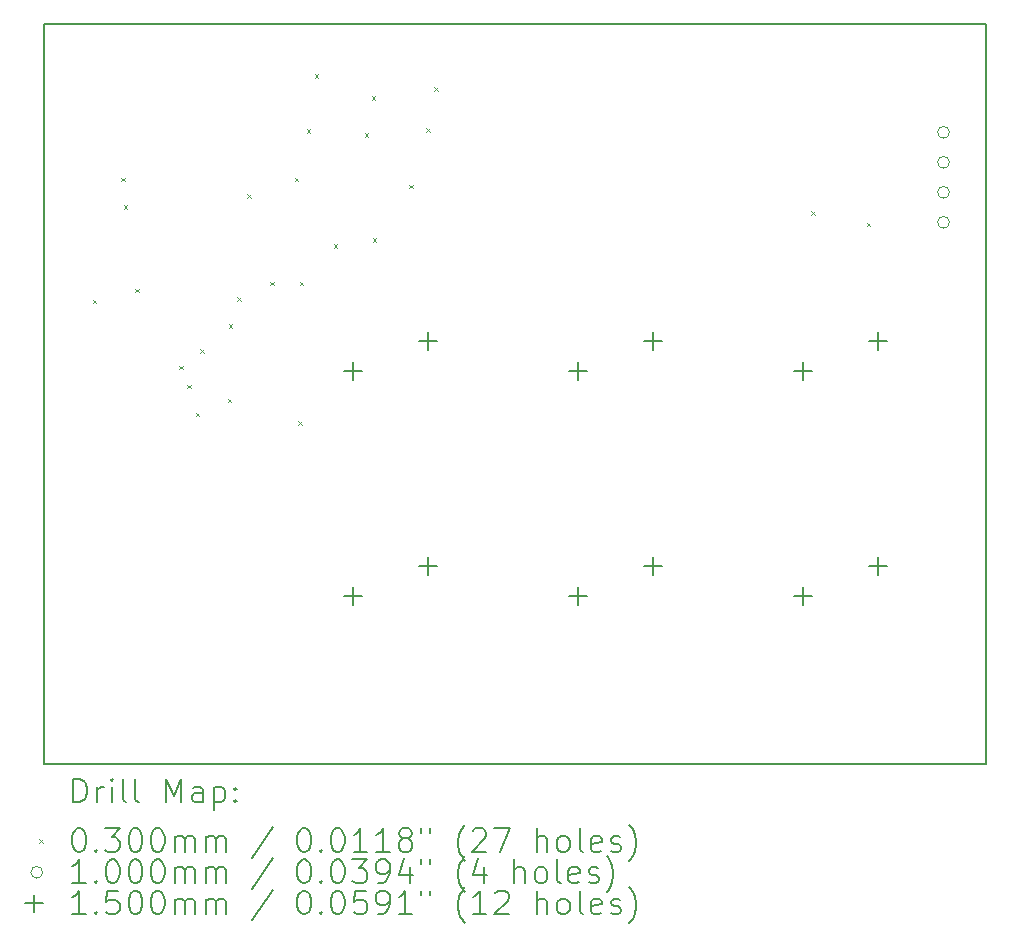
<source format=gbr>
%TF.GenerationSoftware,KiCad,Pcbnew,9.0.7*%
%TF.CreationDate,2026-01-14T23:34:11+00:00*%
%TF.ProjectId,MacroMachine,4d616372-6f4d-4616-9368-696e652e6b69,rev?*%
%TF.SameCoordinates,Original*%
%TF.FileFunction,Drillmap*%
%TF.FilePolarity,Positive*%
%FSLAX45Y45*%
G04 Gerber Fmt 4.5, Leading zero omitted, Abs format (unit mm)*
G04 Created by KiCad (PCBNEW 9.0.7) date 2026-01-14 23:34:11*
%MOMM*%
%LPD*%
G01*
G04 APERTURE LIST*
%ADD10C,0.200000*%
%ADD11C,0.100000*%
%ADD12C,0.150000*%
G04 APERTURE END LIST*
D10*
X11290000Y-7760000D02*
X19270000Y-7760000D01*
X19270000Y-14030000D01*
X11290000Y-14030000D01*
X11290000Y-7760000D01*
D11*
X11705000Y-10095000D02*
X11735000Y-10125000D01*
X11735000Y-10095000D02*
X11705000Y-10125000D01*
X11945000Y-9065000D02*
X11975000Y-9095000D01*
X11975000Y-9065000D02*
X11945000Y-9095000D01*
X11965000Y-9295000D02*
X11995000Y-9325000D01*
X11995000Y-9295000D02*
X11965000Y-9325000D01*
X12065000Y-10005000D02*
X12095000Y-10035000D01*
X12095000Y-10005000D02*
X12065000Y-10035000D01*
X12435000Y-10655000D02*
X12465000Y-10685000D01*
X12465000Y-10655000D02*
X12435000Y-10685000D01*
X12505000Y-10815000D02*
X12535000Y-10845000D01*
X12535000Y-10815000D02*
X12505000Y-10845000D01*
X12575000Y-11055000D02*
X12605000Y-11085000D01*
X12605000Y-11055000D02*
X12575000Y-11085000D01*
X12615000Y-10515000D02*
X12645000Y-10545000D01*
X12645000Y-10515000D02*
X12615000Y-10545000D01*
X12845000Y-10935000D02*
X12875000Y-10965000D01*
X12875000Y-10935000D02*
X12845000Y-10965000D01*
X12855000Y-10305000D02*
X12885000Y-10335000D01*
X12885000Y-10305000D02*
X12855000Y-10335000D01*
X12925000Y-10075000D02*
X12955000Y-10105000D01*
X12955000Y-10075000D02*
X12925000Y-10105000D01*
X13010431Y-9201879D02*
X13040431Y-9231879D01*
X13040431Y-9201879D02*
X13010431Y-9231879D01*
X13205000Y-9945000D02*
X13235000Y-9975000D01*
X13235000Y-9945000D02*
X13205000Y-9975000D01*
X13415000Y-9065000D02*
X13445000Y-9095000D01*
X13445000Y-9065000D02*
X13415000Y-9095000D01*
X13445000Y-11125000D02*
X13475000Y-11155000D01*
X13475000Y-11125000D02*
X13445000Y-11155000D01*
X13455000Y-9945000D02*
X13485000Y-9975000D01*
X13485000Y-9945000D02*
X13455000Y-9975000D01*
X13515000Y-8655000D02*
X13545000Y-8685000D01*
X13545000Y-8655000D02*
X13515000Y-8685000D01*
X13585000Y-8185000D02*
X13615000Y-8215000D01*
X13615000Y-8185000D02*
X13585000Y-8215000D01*
X13745000Y-9625000D02*
X13775000Y-9655000D01*
X13775000Y-9625000D02*
X13745000Y-9655000D01*
X14005000Y-8685000D02*
X14035000Y-8715000D01*
X14035000Y-8685000D02*
X14005000Y-8715000D01*
X14065000Y-8375000D02*
X14095000Y-8405000D01*
X14095000Y-8375000D02*
X14065000Y-8405000D01*
X14075000Y-9575000D02*
X14105000Y-9605000D01*
X14105000Y-9575000D02*
X14075000Y-9605000D01*
X14384375Y-9121250D02*
X14414375Y-9151250D01*
X14414375Y-9121250D02*
X14384375Y-9151250D01*
X14525000Y-8645000D02*
X14555000Y-8675000D01*
X14555000Y-8645000D02*
X14525000Y-8675000D01*
X14595000Y-8295000D02*
X14625000Y-8325000D01*
X14625000Y-8295000D02*
X14595000Y-8325000D01*
X17785000Y-9345000D02*
X17815000Y-9375000D01*
X17815000Y-9345000D02*
X17785000Y-9375000D01*
X18255000Y-9445000D02*
X18285000Y-9475000D01*
X18285000Y-9445000D02*
X18255000Y-9475000D01*
X18956500Y-8679250D02*
G75*
G02*
X18856500Y-8679250I-50000J0D01*
G01*
X18856500Y-8679250D02*
G75*
G02*
X18956500Y-8679250I50000J0D01*
G01*
X18956500Y-8933250D02*
G75*
G02*
X18856500Y-8933250I-50000J0D01*
G01*
X18856500Y-8933250D02*
G75*
G02*
X18956500Y-8933250I50000J0D01*
G01*
X18956500Y-9187250D02*
G75*
G02*
X18856500Y-9187250I-50000J0D01*
G01*
X18856500Y-9187250D02*
G75*
G02*
X18956500Y-9187250I50000J0D01*
G01*
X18956500Y-9441250D02*
G75*
G02*
X18856500Y-9441250I-50000J0D01*
G01*
X18856500Y-9441250D02*
G75*
G02*
X18956500Y-9441250I50000J0D01*
G01*
D12*
X13906500Y-10624750D02*
X13906500Y-10774750D01*
X13831500Y-10699750D02*
X13981500Y-10699750D01*
X13906500Y-12529750D02*
X13906500Y-12679750D01*
X13831500Y-12604750D02*
X13981500Y-12604750D01*
X14541500Y-10370750D02*
X14541500Y-10520750D01*
X14466500Y-10445750D02*
X14616500Y-10445750D01*
X14541500Y-12275750D02*
X14541500Y-12425750D01*
X14466500Y-12350750D02*
X14616500Y-12350750D01*
X15811500Y-10624750D02*
X15811500Y-10774750D01*
X15736500Y-10699750D02*
X15886500Y-10699750D01*
X15811500Y-12529750D02*
X15811500Y-12679750D01*
X15736500Y-12604750D02*
X15886500Y-12604750D01*
X16446500Y-10370750D02*
X16446500Y-10520750D01*
X16371500Y-10445750D02*
X16521500Y-10445750D01*
X16446500Y-12275750D02*
X16446500Y-12425750D01*
X16371500Y-12350750D02*
X16521500Y-12350750D01*
X17716500Y-10624750D02*
X17716500Y-10774750D01*
X17641500Y-10699750D02*
X17791500Y-10699750D01*
X17716500Y-12529750D02*
X17716500Y-12679750D01*
X17641500Y-12604750D02*
X17791500Y-12604750D01*
X18351500Y-10370750D02*
X18351500Y-10520750D01*
X18276500Y-10445750D02*
X18426500Y-10445750D01*
X18351500Y-12275750D02*
X18351500Y-12425750D01*
X18276500Y-12350750D02*
X18426500Y-12350750D01*
D10*
X11540777Y-14351484D02*
X11540777Y-14151484D01*
X11540777Y-14151484D02*
X11588396Y-14151484D01*
X11588396Y-14151484D02*
X11616967Y-14161008D01*
X11616967Y-14161008D02*
X11636015Y-14180055D01*
X11636015Y-14180055D02*
X11645539Y-14199103D01*
X11645539Y-14199103D02*
X11655062Y-14237198D01*
X11655062Y-14237198D02*
X11655062Y-14265769D01*
X11655062Y-14265769D02*
X11645539Y-14303865D01*
X11645539Y-14303865D02*
X11636015Y-14322912D01*
X11636015Y-14322912D02*
X11616967Y-14341960D01*
X11616967Y-14341960D02*
X11588396Y-14351484D01*
X11588396Y-14351484D02*
X11540777Y-14351484D01*
X11740777Y-14351484D02*
X11740777Y-14218150D01*
X11740777Y-14256246D02*
X11750301Y-14237198D01*
X11750301Y-14237198D02*
X11759824Y-14227674D01*
X11759824Y-14227674D02*
X11778872Y-14218150D01*
X11778872Y-14218150D02*
X11797920Y-14218150D01*
X11864586Y-14351484D02*
X11864586Y-14218150D01*
X11864586Y-14151484D02*
X11855062Y-14161008D01*
X11855062Y-14161008D02*
X11864586Y-14170531D01*
X11864586Y-14170531D02*
X11874110Y-14161008D01*
X11874110Y-14161008D02*
X11864586Y-14151484D01*
X11864586Y-14151484D02*
X11864586Y-14170531D01*
X11988396Y-14351484D02*
X11969348Y-14341960D01*
X11969348Y-14341960D02*
X11959824Y-14322912D01*
X11959824Y-14322912D02*
X11959824Y-14151484D01*
X12093158Y-14351484D02*
X12074110Y-14341960D01*
X12074110Y-14341960D02*
X12064586Y-14322912D01*
X12064586Y-14322912D02*
X12064586Y-14151484D01*
X12321729Y-14351484D02*
X12321729Y-14151484D01*
X12321729Y-14151484D02*
X12388396Y-14294341D01*
X12388396Y-14294341D02*
X12455062Y-14151484D01*
X12455062Y-14151484D02*
X12455062Y-14351484D01*
X12636015Y-14351484D02*
X12636015Y-14246722D01*
X12636015Y-14246722D02*
X12626491Y-14227674D01*
X12626491Y-14227674D02*
X12607443Y-14218150D01*
X12607443Y-14218150D02*
X12569348Y-14218150D01*
X12569348Y-14218150D02*
X12550301Y-14227674D01*
X12636015Y-14341960D02*
X12616967Y-14351484D01*
X12616967Y-14351484D02*
X12569348Y-14351484D01*
X12569348Y-14351484D02*
X12550301Y-14341960D01*
X12550301Y-14341960D02*
X12540777Y-14322912D01*
X12540777Y-14322912D02*
X12540777Y-14303865D01*
X12540777Y-14303865D02*
X12550301Y-14284817D01*
X12550301Y-14284817D02*
X12569348Y-14275293D01*
X12569348Y-14275293D02*
X12616967Y-14275293D01*
X12616967Y-14275293D02*
X12636015Y-14265769D01*
X12731253Y-14218150D02*
X12731253Y-14418150D01*
X12731253Y-14227674D02*
X12750301Y-14218150D01*
X12750301Y-14218150D02*
X12788396Y-14218150D01*
X12788396Y-14218150D02*
X12807443Y-14227674D01*
X12807443Y-14227674D02*
X12816967Y-14237198D01*
X12816967Y-14237198D02*
X12826491Y-14256246D01*
X12826491Y-14256246D02*
X12826491Y-14313388D01*
X12826491Y-14313388D02*
X12816967Y-14332436D01*
X12816967Y-14332436D02*
X12807443Y-14341960D01*
X12807443Y-14341960D02*
X12788396Y-14351484D01*
X12788396Y-14351484D02*
X12750301Y-14351484D01*
X12750301Y-14351484D02*
X12731253Y-14341960D01*
X12912205Y-14332436D02*
X12921729Y-14341960D01*
X12921729Y-14341960D02*
X12912205Y-14351484D01*
X12912205Y-14351484D02*
X12902682Y-14341960D01*
X12902682Y-14341960D02*
X12912205Y-14332436D01*
X12912205Y-14332436D02*
X12912205Y-14351484D01*
X12912205Y-14227674D02*
X12921729Y-14237198D01*
X12921729Y-14237198D02*
X12912205Y-14246722D01*
X12912205Y-14246722D02*
X12902682Y-14237198D01*
X12902682Y-14237198D02*
X12912205Y-14227674D01*
X12912205Y-14227674D02*
X12912205Y-14246722D01*
D11*
X11250000Y-14665000D02*
X11280000Y-14695000D01*
X11280000Y-14665000D02*
X11250000Y-14695000D01*
D10*
X11578872Y-14571484D02*
X11597920Y-14571484D01*
X11597920Y-14571484D02*
X11616967Y-14581008D01*
X11616967Y-14581008D02*
X11626491Y-14590531D01*
X11626491Y-14590531D02*
X11636015Y-14609579D01*
X11636015Y-14609579D02*
X11645539Y-14647674D01*
X11645539Y-14647674D02*
X11645539Y-14695293D01*
X11645539Y-14695293D02*
X11636015Y-14733388D01*
X11636015Y-14733388D02*
X11626491Y-14752436D01*
X11626491Y-14752436D02*
X11616967Y-14761960D01*
X11616967Y-14761960D02*
X11597920Y-14771484D01*
X11597920Y-14771484D02*
X11578872Y-14771484D01*
X11578872Y-14771484D02*
X11559824Y-14761960D01*
X11559824Y-14761960D02*
X11550301Y-14752436D01*
X11550301Y-14752436D02*
X11540777Y-14733388D01*
X11540777Y-14733388D02*
X11531253Y-14695293D01*
X11531253Y-14695293D02*
X11531253Y-14647674D01*
X11531253Y-14647674D02*
X11540777Y-14609579D01*
X11540777Y-14609579D02*
X11550301Y-14590531D01*
X11550301Y-14590531D02*
X11559824Y-14581008D01*
X11559824Y-14581008D02*
X11578872Y-14571484D01*
X11731253Y-14752436D02*
X11740777Y-14761960D01*
X11740777Y-14761960D02*
X11731253Y-14771484D01*
X11731253Y-14771484D02*
X11721729Y-14761960D01*
X11721729Y-14761960D02*
X11731253Y-14752436D01*
X11731253Y-14752436D02*
X11731253Y-14771484D01*
X11807443Y-14571484D02*
X11931253Y-14571484D01*
X11931253Y-14571484D02*
X11864586Y-14647674D01*
X11864586Y-14647674D02*
X11893158Y-14647674D01*
X11893158Y-14647674D02*
X11912205Y-14657198D01*
X11912205Y-14657198D02*
X11921729Y-14666722D01*
X11921729Y-14666722D02*
X11931253Y-14685769D01*
X11931253Y-14685769D02*
X11931253Y-14733388D01*
X11931253Y-14733388D02*
X11921729Y-14752436D01*
X11921729Y-14752436D02*
X11912205Y-14761960D01*
X11912205Y-14761960D02*
X11893158Y-14771484D01*
X11893158Y-14771484D02*
X11836015Y-14771484D01*
X11836015Y-14771484D02*
X11816967Y-14761960D01*
X11816967Y-14761960D02*
X11807443Y-14752436D01*
X12055062Y-14571484D02*
X12074110Y-14571484D01*
X12074110Y-14571484D02*
X12093158Y-14581008D01*
X12093158Y-14581008D02*
X12102682Y-14590531D01*
X12102682Y-14590531D02*
X12112205Y-14609579D01*
X12112205Y-14609579D02*
X12121729Y-14647674D01*
X12121729Y-14647674D02*
X12121729Y-14695293D01*
X12121729Y-14695293D02*
X12112205Y-14733388D01*
X12112205Y-14733388D02*
X12102682Y-14752436D01*
X12102682Y-14752436D02*
X12093158Y-14761960D01*
X12093158Y-14761960D02*
X12074110Y-14771484D01*
X12074110Y-14771484D02*
X12055062Y-14771484D01*
X12055062Y-14771484D02*
X12036015Y-14761960D01*
X12036015Y-14761960D02*
X12026491Y-14752436D01*
X12026491Y-14752436D02*
X12016967Y-14733388D01*
X12016967Y-14733388D02*
X12007443Y-14695293D01*
X12007443Y-14695293D02*
X12007443Y-14647674D01*
X12007443Y-14647674D02*
X12016967Y-14609579D01*
X12016967Y-14609579D02*
X12026491Y-14590531D01*
X12026491Y-14590531D02*
X12036015Y-14581008D01*
X12036015Y-14581008D02*
X12055062Y-14571484D01*
X12245539Y-14571484D02*
X12264586Y-14571484D01*
X12264586Y-14571484D02*
X12283634Y-14581008D01*
X12283634Y-14581008D02*
X12293158Y-14590531D01*
X12293158Y-14590531D02*
X12302682Y-14609579D01*
X12302682Y-14609579D02*
X12312205Y-14647674D01*
X12312205Y-14647674D02*
X12312205Y-14695293D01*
X12312205Y-14695293D02*
X12302682Y-14733388D01*
X12302682Y-14733388D02*
X12293158Y-14752436D01*
X12293158Y-14752436D02*
X12283634Y-14761960D01*
X12283634Y-14761960D02*
X12264586Y-14771484D01*
X12264586Y-14771484D02*
X12245539Y-14771484D01*
X12245539Y-14771484D02*
X12226491Y-14761960D01*
X12226491Y-14761960D02*
X12216967Y-14752436D01*
X12216967Y-14752436D02*
X12207443Y-14733388D01*
X12207443Y-14733388D02*
X12197920Y-14695293D01*
X12197920Y-14695293D02*
X12197920Y-14647674D01*
X12197920Y-14647674D02*
X12207443Y-14609579D01*
X12207443Y-14609579D02*
X12216967Y-14590531D01*
X12216967Y-14590531D02*
X12226491Y-14581008D01*
X12226491Y-14581008D02*
X12245539Y-14571484D01*
X12397920Y-14771484D02*
X12397920Y-14638150D01*
X12397920Y-14657198D02*
X12407443Y-14647674D01*
X12407443Y-14647674D02*
X12426491Y-14638150D01*
X12426491Y-14638150D02*
X12455063Y-14638150D01*
X12455063Y-14638150D02*
X12474110Y-14647674D01*
X12474110Y-14647674D02*
X12483634Y-14666722D01*
X12483634Y-14666722D02*
X12483634Y-14771484D01*
X12483634Y-14666722D02*
X12493158Y-14647674D01*
X12493158Y-14647674D02*
X12512205Y-14638150D01*
X12512205Y-14638150D02*
X12540777Y-14638150D01*
X12540777Y-14638150D02*
X12559824Y-14647674D01*
X12559824Y-14647674D02*
X12569348Y-14666722D01*
X12569348Y-14666722D02*
X12569348Y-14771484D01*
X12664586Y-14771484D02*
X12664586Y-14638150D01*
X12664586Y-14657198D02*
X12674110Y-14647674D01*
X12674110Y-14647674D02*
X12693158Y-14638150D01*
X12693158Y-14638150D02*
X12721729Y-14638150D01*
X12721729Y-14638150D02*
X12740777Y-14647674D01*
X12740777Y-14647674D02*
X12750301Y-14666722D01*
X12750301Y-14666722D02*
X12750301Y-14771484D01*
X12750301Y-14666722D02*
X12759824Y-14647674D01*
X12759824Y-14647674D02*
X12778872Y-14638150D01*
X12778872Y-14638150D02*
X12807443Y-14638150D01*
X12807443Y-14638150D02*
X12826491Y-14647674D01*
X12826491Y-14647674D02*
X12836015Y-14666722D01*
X12836015Y-14666722D02*
X12836015Y-14771484D01*
X13226491Y-14561960D02*
X13055063Y-14819103D01*
X13483634Y-14571484D02*
X13502682Y-14571484D01*
X13502682Y-14571484D02*
X13521729Y-14581008D01*
X13521729Y-14581008D02*
X13531253Y-14590531D01*
X13531253Y-14590531D02*
X13540777Y-14609579D01*
X13540777Y-14609579D02*
X13550301Y-14647674D01*
X13550301Y-14647674D02*
X13550301Y-14695293D01*
X13550301Y-14695293D02*
X13540777Y-14733388D01*
X13540777Y-14733388D02*
X13531253Y-14752436D01*
X13531253Y-14752436D02*
X13521729Y-14761960D01*
X13521729Y-14761960D02*
X13502682Y-14771484D01*
X13502682Y-14771484D02*
X13483634Y-14771484D01*
X13483634Y-14771484D02*
X13464586Y-14761960D01*
X13464586Y-14761960D02*
X13455063Y-14752436D01*
X13455063Y-14752436D02*
X13445539Y-14733388D01*
X13445539Y-14733388D02*
X13436015Y-14695293D01*
X13436015Y-14695293D02*
X13436015Y-14647674D01*
X13436015Y-14647674D02*
X13445539Y-14609579D01*
X13445539Y-14609579D02*
X13455063Y-14590531D01*
X13455063Y-14590531D02*
X13464586Y-14581008D01*
X13464586Y-14581008D02*
X13483634Y-14571484D01*
X13636015Y-14752436D02*
X13645539Y-14761960D01*
X13645539Y-14761960D02*
X13636015Y-14771484D01*
X13636015Y-14771484D02*
X13626491Y-14761960D01*
X13626491Y-14761960D02*
X13636015Y-14752436D01*
X13636015Y-14752436D02*
X13636015Y-14771484D01*
X13769348Y-14571484D02*
X13788396Y-14571484D01*
X13788396Y-14571484D02*
X13807444Y-14581008D01*
X13807444Y-14581008D02*
X13816967Y-14590531D01*
X13816967Y-14590531D02*
X13826491Y-14609579D01*
X13826491Y-14609579D02*
X13836015Y-14647674D01*
X13836015Y-14647674D02*
X13836015Y-14695293D01*
X13836015Y-14695293D02*
X13826491Y-14733388D01*
X13826491Y-14733388D02*
X13816967Y-14752436D01*
X13816967Y-14752436D02*
X13807444Y-14761960D01*
X13807444Y-14761960D02*
X13788396Y-14771484D01*
X13788396Y-14771484D02*
X13769348Y-14771484D01*
X13769348Y-14771484D02*
X13750301Y-14761960D01*
X13750301Y-14761960D02*
X13740777Y-14752436D01*
X13740777Y-14752436D02*
X13731253Y-14733388D01*
X13731253Y-14733388D02*
X13721729Y-14695293D01*
X13721729Y-14695293D02*
X13721729Y-14647674D01*
X13721729Y-14647674D02*
X13731253Y-14609579D01*
X13731253Y-14609579D02*
X13740777Y-14590531D01*
X13740777Y-14590531D02*
X13750301Y-14581008D01*
X13750301Y-14581008D02*
X13769348Y-14571484D01*
X14026491Y-14771484D02*
X13912206Y-14771484D01*
X13969348Y-14771484D02*
X13969348Y-14571484D01*
X13969348Y-14571484D02*
X13950301Y-14600055D01*
X13950301Y-14600055D02*
X13931253Y-14619103D01*
X13931253Y-14619103D02*
X13912206Y-14628627D01*
X14216967Y-14771484D02*
X14102682Y-14771484D01*
X14159825Y-14771484D02*
X14159825Y-14571484D01*
X14159825Y-14571484D02*
X14140777Y-14600055D01*
X14140777Y-14600055D02*
X14121729Y-14619103D01*
X14121729Y-14619103D02*
X14102682Y-14628627D01*
X14331253Y-14657198D02*
X14312206Y-14647674D01*
X14312206Y-14647674D02*
X14302682Y-14638150D01*
X14302682Y-14638150D02*
X14293158Y-14619103D01*
X14293158Y-14619103D02*
X14293158Y-14609579D01*
X14293158Y-14609579D02*
X14302682Y-14590531D01*
X14302682Y-14590531D02*
X14312206Y-14581008D01*
X14312206Y-14581008D02*
X14331253Y-14571484D01*
X14331253Y-14571484D02*
X14369348Y-14571484D01*
X14369348Y-14571484D02*
X14388396Y-14581008D01*
X14388396Y-14581008D02*
X14397920Y-14590531D01*
X14397920Y-14590531D02*
X14407444Y-14609579D01*
X14407444Y-14609579D02*
X14407444Y-14619103D01*
X14407444Y-14619103D02*
X14397920Y-14638150D01*
X14397920Y-14638150D02*
X14388396Y-14647674D01*
X14388396Y-14647674D02*
X14369348Y-14657198D01*
X14369348Y-14657198D02*
X14331253Y-14657198D01*
X14331253Y-14657198D02*
X14312206Y-14666722D01*
X14312206Y-14666722D02*
X14302682Y-14676246D01*
X14302682Y-14676246D02*
X14293158Y-14695293D01*
X14293158Y-14695293D02*
X14293158Y-14733388D01*
X14293158Y-14733388D02*
X14302682Y-14752436D01*
X14302682Y-14752436D02*
X14312206Y-14761960D01*
X14312206Y-14761960D02*
X14331253Y-14771484D01*
X14331253Y-14771484D02*
X14369348Y-14771484D01*
X14369348Y-14771484D02*
X14388396Y-14761960D01*
X14388396Y-14761960D02*
X14397920Y-14752436D01*
X14397920Y-14752436D02*
X14407444Y-14733388D01*
X14407444Y-14733388D02*
X14407444Y-14695293D01*
X14407444Y-14695293D02*
X14397920Y-14676246D01*
X14397920Y-14676246D02*
X14388396Y-14666722D01*
X14388396Y-14666722D02*
X14369348Y-14657198D01*
X14483634Y-14571484D02*
X14483634Y-14609579D01*
X14559825Y-14571484D02*
X14559825Y-14609579D01*
X14855063Y-14847674D02*
X14845539Y-14838150D01*
X14845539Y-14838150D02*
X14826491Y-14809579D01*
X14826491Y-14809579D02*
X14816968Y-14790531D01*
X14816968Y-14790531D02*
X14807444Y-14761960D01*
X14807444Y-14761960D02*
X14797920Y-14714341D01*
X14797920Y-14714341D02*
X14797920Y-14676246D01*
X14797920Y-14676246D02*
X14807444Y-14628627D01*
X14807444Y-14628627D02*
X14816968Y-14600055D01*
X14816968Y-14600055D02*
X14826491Y-14581008D01*
X14826491Y-14581008D02*
X14845539Y-14552436D01*
X14845539Y-14552436D02*
X14855063Y-14542912D01*
X14921729Y-14590531D02*
X14931253Y-14581008D01*
X14931253Y-14581008D02*
X14950301Y-14571484D01*
X14950301Y-14571484D02*
X14997920Y-14571484D01*
X14997920Y-14571484D02*
X15016968Y-14581008D01*
X15016968Y-14581008D02*
X15026491Y-14590531D01*
X15026491Y-14590531D02*
X15036015Y-14609579D01*
X15036015Y-14609579D02*
X15036015Y-14628627D01*
X15036015Y-14628627D02*
X15026491Y-14657198D01*
X15026491Y-14657198D02*
X14912206Y-14771484D01*
X14912206Y-14771484D02*
X15036015Y-14771484D01*
X15102682Y-14571484D02*
X15236015Y-14571484D01*
X15236015Y-14571484D02*
X15150301Y-14771484D01*
X15464587Y-14771484D02*
X15464587Y-14571484D01*
X15550301Y-14771484D02*
X15550301Y-14666722D01*
X15550301Y-14666722D02*
X15540777Y-14647674D01*
X15540777Y-14647674D02*
X15521730Y-14638150D01*
X15521730Y-14638150D02*
X15493158Y-14638150D01*
X15493158Y-14638150D02*
X15474110Y-14647674D01*
X15474110Y-14647674D02*
X15464587Y-14657198D01*
X15674110Y-14771484D02*
X15655063Y-14761960D01*
X15655063Y-14761960D02*
X15645539Y-14752436D01*
X15645539Y-14752436D02*
X15636015Y-14733388D01*
X15636015Y-14733388D02*
X15636015Y-14676246D01*
X15636015Y-14676246D02*
X15645539Y-14657198D01*
X15645539Y-14657198D02*
X15655063Y-14647674D01*
X15655063Y-14647674D02*
X15674110Y-14638150D01*
X15674110Y-14638150D02*
X15702682Y-14638150D01*
X15702682Y-14638150D02*
X15721730Y-14647674D01*
X15721730Y-14647674D02*
X15731253Y-14657198D01*
X15731253Y-14657198D02*
X15740777Y-14676246D01*
X15740777Y-14676246D02*
X15740777Y-14733388D01*
X15740777Y-14733388D02*
X15731253Y-14752436D01*
X15731253Y-14752436D02*
X15721730Y-14761960D01*
X15721730Y-14761960D02*
X15702682Y-14771484D01*
X15702682Y-14771484D02*
X15674110Y-14771484D01*
X15855063Y-14771484D02*
X15836015Y-14761960D01*
X15836015Y-14761960D02*
X15826491Y-14742912D01*
X15826491Y-14742912D02*
X15826491Y-14571484D01*
X16007444Y-14761960D02*
X15988396Y-14771484D01*
X15988396Y-14771484D02*
X15950301Y-14771484D01*
X15950301Y-14771484D02*
X15931253Y-14761960D01*
X15931253Y-14761960D02*
X15921730Y-14742912D01*
X15921730Y-14742912D02*
X15921730Y-14666722D01*
X15921730Y-14666722D02*
X15931253Y-14647674D01*
X15931253Y-14647674D02*
X15950301Y-14638150D01*
X15950301Y-14638150D02*
X15988396Y-14638150D01*
X15988396Y-14638150D02*
X16007444Y-14647674D01*
X16007444Y-14647674D02*
X16016968Y-14666722D01*
X16016968Y-14666722D02*
X16016968Y-14685769D01*
X16016968Y-14685769D02*
X15921730Y-14704817D01*
X16093158Y-14761960D02*
X16112206Y-14771484D01*
X16112206Y-14771484D02*
X16150301Y-14771484D01*
X16150301Y-14771484D02*
X16169349Y-14761960D01*
X16169349Y-14761960D02*
X16178872Y-14742912D01*
X16178872Y-14742912D02*
X16178872Y-14733388D01*
X16178872Y-14733388D02*
X16169349Y-14714341D01*
X16169349Y-14714341D02*
X16150301Y-14704817D01*
X16150301Y-14704817D02*
X16121730Y-14704817D01*
X16121730Y-14704817D02*
X16102682Y-14695293D01*
X16102682Y-14695293D02*
X16093158Y-14676246D01*
X16093158Y-14676246D02*
X16093158Y-14666722D01*
X16093158Y-14666722D02*
X16102682Y-14647674D01*
X16102682Y-14647674D02*
X16121730Y-14638150D01*
X16121730Y-14638150D02*
X16150301Y-14638150D01*
X16150301Y-14638150D02*
X16169349Y-14647674D01*
X16245539Y-14847674D02*
X16255063Y-14838150D01*
X16255063Y-14838150D02*
X16274111Y-14809579D01*
X16274111Y-14809579D02*
X16283634Y-14790531D01*
X16283634Y-14790531D02*
X16293158Y-14761960D01*
X16293158Y-14761960D02*
X16302682Y-14714341D01*
X16302682Y-14714341D02*
X16302682Y-14676246D01*
X16302682Y-14676246D02*
X16293158Y-14628627D01*
X16293158Y-14628627D02*
X16283634Y-14600055D01*
X16283634Y-14600055D02*
X16274111Y-14581008D01*
X16274111Y-14581008D02*
X16255063Y-14552436D01*
X16255063Y-14552436D02*
X16245539Y-14542912D01*
D11*
X11280000Y-14944000D02*
G75*
G02*
X11180000Y-14944000I-50000J0D01*
G01*
X11180000Y-14944000D02*
G75*
G02*
X11280000Y-14944000I50000J0D01*
G01*
D10*
X11645539Y-15035484D02*
X11531253Y-15035484D01*
X11588396Y-15035484D02*
X11588396Y-14835484D01*
X11588396Y-14835484D02*
X11569348Y-14864055D01*
X11569348Y-14864055D02*
X11550301Y-14883103D01*
X11550301Y-14883103D02*
X11531253Y-14892627D01*
X11731253Y-15016436D02*
X11740777Y-15025960D01*
X11740777Y-15025960D02*
X11731253Y-15035484D01*
X11731253Y-15035484D02*
X11721729Y-15025960D01*
X11721729Y-15025960D02*
X11731253Y-15016436D01*
X11731253Y-15016436D02*
X11731253Y-15035484D01*
X11864586Y-14835484D02*
X11883634Y-14835484D01*
X11883634Y-14835484D02*
X11902682Y-14845008D01*
X11902682Y-14845008D02*
X11912205Y-14854531D01*
X11912205Y-14854531D02*
X11921729Y-14873579D01*
X11921729Y-14873579D02*
X11931253Y-14911674D01*
X11931253Y-14911674D02*
X11931253Y-14959293D01*
X11931253Y-14959293D02*
X11921729Y-14997388D01*
X11921729Y-14997388D02*
X11912205Y-15016436D01*
X11912205Y-15016436D02*
X11902682Y-15025960D01*
X11902682Y-15025960D02*
X11883634Y-15035484D01*
X11883634Y-15035484D02*
X11864586Y-15035484D01*
X11864586Y-15035484D02*
X11845539Y-15025960D01*
X11845539Y-15025960D02*
X11836015Y-15016436D01*
X11836015Y-15016436D02*
X11826491Y-14997388D01*
X11826491Y-14997388D02*
X11816967Y-14959293D01*
X11816967Y-14959293D02*
X11816967Y-14911674D01*
X11816967Y-14911674D02*
X11826491Y-14873579D01*
X11826491Y-14873579D02*
X11836015Y-14854531D01*
X11836015Y-14854531D02*
X11845539Y-14845008D01*
X11845539Y-14845008D02*
X11864586Y-14835484D01*
X12055062Y-14835484D02*
X12074110Y-14835484D01*
X12074110Y-14835484D02*
X12093158Y-14845008D01*
X12093158Y-14845008D02*
X12102682Y-14854531D01*
X12102682Y-14854531D02*
X12112205Y-14873579D01*
X12112205Y-14873579D02*
X12121729Y-14911674D01*
X12121729Y-14911674D02*
X12121729Y-14959293D01*
X12121729Y-14959293D02*
X12112205Y-14997388D01*
X12112205Y-14997388D02*
X12102682Y-15016436D01*
X12102682Y-15016436D02*
X12093158Y-15025960D01*
X12093158Y-15025960D02*
X12074110Y-15035484D01*
X12074110Y-15035484D02*
X12055062Y-15035484D01*
X12055062Y-15035484D02*
X12036015Y-15025960D01*
X12036015Y-15025960D02*
X12026491Y-15016436D01*
X12026491Y-15016436D02*
X12016967Y-14997388D01*
X12016967Y-14997388D02*
X12007443Y-14959293D01*
X12007443Y-14959293D02*
X12007443Y-14911674D01*
X12007443Y-14911674D02*
X12016967Y-14873579D01*
X12016967Y-14873579D02*
X12026491Y-14854531D01*
X12026491Y-14854531D02*
X12036015Y-14845008D01*
X12036015Y-14845008D02*
X12055062Y-14835484D01*
X12245539Y-14835484D02*
X12264586Y-14835484D01*
X12264586Y-14835484D02*
X12283634Y-14845008D01*
X12283634Y-14845008D02*
X12293158Y-14854531D01*
X12293158Y-14854531D02*
X12302682Y-14873579D01*
X12302682Y-14873579D02*
X12312205Y-14911674D01*
X12312205Y-14911674D02*
X12312205Y-14959293D01*
X12312205Y-14959293D02*
X12302682Y-14997388D01*
X12302682Y-14997388D02*
X12293158Y-15016436D01*
X12293158Y-15016436D02*
X12283634Y-15025960D01*
X12283634Y-15025960D02*
X12264586Y-15035484D01*
X12264586Y-15035484D02*
X12245539Y-15035484D01*
X12245539Y-15035484D02*
X12226491Y-15025960D01*
X12226491Y-15025960D02*
X12216967Y-15016436D01*
X12216967Y-15016436D02*
X12207443Y-14997388D01*
X12207443Y-14997388D02*
X12197920Y-14959293D01*
X12197920Y-14959293D02*
X12197920Y-14911674D01*
X12197920Y-14911674D02*
X12207443Y-14873579D01*
X12207443Y-14873579D02*
X12216967Y-14854531D01*
X12216967Y-14854531D02*
X12226491Y-14845008D01*
X12226491Y-14845008D02*
X12245539Y-14835484D01*
X12397920Y-15035484D02*
X12397920Y-14902150D01*
X12397920Y-14921198D02*
X12407443Y-14911674D01*
X12407443Y-14911674D02*
X12426491Y-14902150D01*
X12426491Y-14902150D02*
X12455063Y-14902150D01*
X12455063Y-14902150D02*
X12474110Y-14911674D01*
X12474110Y-14911674D02*
X12483634Y-14930722D01*
X12483634Y-14930722D02*
X12483634Y-15035484D01*
X12483634Y-14930722D02*
X12493158Y-14911674D01*
X12493158Y-14911674D02*
X12512205Y-14902150D01*
X12512205Y-14902150D02*
X12540777Y-14902150D01*
X12540777Y-14902150D02*
X12559824Y-14911674D01*
X12559824Y-14911674D02*
X12569348Y-14930722D01*
X12569348Y-14930722D02*
X12569348Y-15035484D01*
X12664586Y-15035484D02*
X12664586Y-14902150D01*
X12664586Y-14921198D02*
X12674110Y-14911674D01*
X12674110Y-14911674D02*
X12693158Y-14902150D01*
X12693158Y-14902150D02*
X12721729Y-14902150D01*
X12721729Y-14902150D02*
X12740777Y-14911674D01*
X12740777Y-14911674D02*
X12750301Y-14930722D01*
X12750301Y-14930722D02*
X12750301Y-15035484D01*
X12750301Y-14930722D02*
X12759824Y-14911674D01*
X12759824Y-14911674D02*
X12778872Y-14902150D01*
X12778872Y-14902150D02*
X12807443Y-14902150D01*
X12807443Y-14902150D02*
X12826491Y-14911674D01*
X12826491Y-14911674D02*
X12836015Y-14930722D01*
X12836015Y-14930722D02*
X12836015Y-15035484D01*
X13226491Y-14825960D02*
X13055063Y-15083103D01*
X13483634Y-14835484D02*
X13502682Y-14835484D01*
X13502682Y-14835484D02*
X13521729Y-14845008D01*
X13521729Y-14845008D02*
X13531253Y-14854531D01*
X13531253Y-14854531D02*
X13540777Y-14873579D01*
X13540777Y-14873579D02*
X13550301Y-14911674D01*
X13550301Y-14911674D02*
X13550301Y-14959293D01*
X13550301Y-14959293D02*
X13540777Y-14997388D01*
X13540777Y-14997388D02*
X13531253Y-15016436D01*
X13531253Y-15016436D02*
X13521729Y-15025960D01*
X13521729Y-15025960D02*
X13502682Y-15035484D01*
X13502682Y-15035484D02*
X13483634Y-15035484D01*
X13483634Y-15035484D02*
X13464586Y-15025960D01*
X13464586Y-15025960D02*
X13455063Y-15016436D01*
X13455063Y-15016436D02*
X13445539Y-14997388D01*
X13445539Y-14997388D02*
X13436015Y-14959293D01*
X13436015Y-14959293D02*
X13436015Y-14911674D01*
X13436015Y-14911674D02*
X13445539Y-14873579D01*
X13445539Y-14873579D02*
X13455063Y-14854531D01*
X13455063Y-14854531D02*
X13464586Y-14845008D01*
X13464586Y-14845008D02*
X13483634Y-14835484D01*
X13636015Y-15016436D02*
X13645539Y-15025960D01*
X13645539Y-15025960D02*
X13636015Y-15035484D01*
X13636015Y-15035484D02*
X13626491Y-15025960D01*
X13626491Y-15025960D02*
X13636015Y-15016436D01*
X13636015Y-15016436D02*
X13636015Y-15035484D01*
X13769348Y-14835484D02*
X13788396Y-14835484D01*
X13788396Y-14835484D02*
X13807444Y-14845008D01*
X13807444Y-14845008D02*
X13816967Y-14854531D01*
X13816967Y-14854531D02*
X13826491Y-14873579D01*
X13826491Y-14873579D02*
X13836015Y-14911674D01*
X13836015Y-14911674D02*
X13836015Y-14959293D01*
X13836015Y-14959293D02*
X13826491Y-14997388D01*
X13826491Y-14997388D02*
X13816967Y-15016436D01*
X13816967Y-15016436D02*
X13807444Y-15025960D01*
X13807444Y-15025960D02*
X13788396Y-15035484D01*
X13788396Y-15035484D02*
X13769348Y-15035484D01*
X13769348Y-15035484D02*
X13750301Y-15025960D01*
X13750301Y-15025960D02*
X13740777Y-15016436D01*
X13740777Y-15016436D02*
X13731253Y-14997388D01*
X13731253Y-14997388D02*
X13721729Y-14959293D01*
X13721729Y-14959293D02*
X13721729Y-14911674D01*
X13721729Y-14911674D02*
X13731253Y-14873579D01*
X13731253Y-14873579D02*
X13740777Y-14854531D01*
X13740777Y-14854531D02*
X13750301Y-14845008D01*
X13750301Y-14845008D02*
X13769348Y-14835484D01*
X13902682Y-14835484D02*
X14026491Y-14835484D01*
X14026491Y-14835484D02*
X13959825Y-14911674D01*
X13959825Y-14911674D02*
X13988396Y-14911674D01*
X13988396Y-14911674D02*
X14007444Y-14921198D01*
X14007444Y-14921198D02*
X14016967Y-14930722D01*
X14016967Y-14930722D02*
X14026491Y-14949769D01*
X14026491Y-14949769D02*
X14026491Y-14997388D01*
X14026491Y-14997388D02*
X14016967Y-15016436D01*
X14016967Y-15016436D02*
X14007444Y-15025960D01*
X14007444Y-15025960D02*
X13988396Y-15035484D01*
X13988396Y-15035484D02*
X13931253Y-15035484D01*
X13931253Y-15035484D02*
X13912206Y-15025960D01*
X13912206Y-15025960D02*
X13902682Y-15016436D01*
X14121729Y-15035484D02*
X14159825Y-15035484D01*
X14159825Y-15035484D02*
X14178872Y-15025960D01*
X14178872Y-15025960D02*
X14188396Y-15016436D01*
X14188396Y-15016436D02*
X14207444Y-14987865D01*
X14207444Y-14987865D02*
X14216967Y-14949769D01*
X14216967Y-14949769D02*
X14216967Y-14873579D01*
X14216967Y-14873579D02*
X14207444Y-14854531D01*
X14207444Y-14854531D02*
X14197920Y-14845008D01*
X14197920Y-14845008D02*
X14178872Y-14835484D01*
X14178872Y-14835484D02*
X14140777Y-14835484D01*
X14140777Y-14835484D02*
X14121729Y-14845008D01*
X14121729Y-14845008D02*
X14112206Y-14854531D01*
X14112206Y-14854531D02*
X14102682Y-14873579D01*
X14102682Y-14873579D02*
X14102682Y-14921198D01*
X14102682Y-14921198D02*
X14112206Y-14940246D01*
X14112206Y-14940246D02*
X14121729Y-14949769D01*
X14121729Y-14949769D02*
X14140777Y-14959293D01*
X14140777Y-14959293D02*
X14178872Y-14959293D01*
X14178872Y-14959293D02*
X14197920Y-14949769D01*
X14197920Y-14949769D02*
X14207444Y-14940246D01*
X14207444Y-14940246D02*
X14216967Y-14921198D01*
X14388396Y-14902150D02*
X14388396Y-15035484D01*
X14340777Y-14825960D02*
X14293158Y-14968817D01*
X14293158Y-14968817D02*
X14416967Y-14968817D01*
X14483634Y-14835484D02*
X14483634Y-14873579D01*
X14559825Y-14835484D02*
X14559825Y-14873579D01*
X14855063Y-15111674D02*
X14845539Y-15102150D01*
X14845539Y-15102150D02*
X14826491Y-15073579D01*
X14826491Y-15073579D02*
X14816968Y-15054531D01*
X14816968Y-15054531D02*
X14807444Y-15025960D01*
X14807444Y-15025960D02*
X14797920Y-14978341D01*
X14797920Y-14978341D02*
X14797920Y-14940246D01*
X14797920Y-14940246D02*
X14807444Y-14892627D01*
X14807444Y-14892627D02*
X14816968Y-14864055D01*
X14816968Y-14864055D02*
X14826491Y-14845008D01*
X14826491Y-14845008D02*
X14845539Y-14816436D01*
X14845539Y-14816436D02*
X14855063Y-14806912D01*
X15016968Y-14902150D02*
X15016968Y-15035484D01*
X14969348Y-14825960D02*
X14921729Y-14968817D01*
X14921729Y-14968817D02*
X15045539Y-14968817D01*
X15274110Y-15035484D02*
X15274110Y-14835484D01*
X15359825Y-15035484D02*
X15359825Y-14930722D01*
X15359825Y-14930722D02*
X15350301Y-14911674D01*
X15350301Y-14911674D02*
X15331253Y-14902150D01*
X15331253Y-14902150D02*
X15302682Y-14902150D01*
X15302682Y-14902150D02*
X15283634Y-14911674D01*
X15283634Y-14911674D02*
X15274110Y-14921198D01*
X15483634Y-15035484D02*
X15464587Y-15025960D01*
X15464587Y-15025960D02*
X15455063Y-15016436D01*
X15455063Y-15016436D02*
X15445539Y-14997388D01*
X15445539Y-14997388D02*
X15445539Y-14940246D01*
X15445539Y-14940246D02*
X15455063Y-14921198D01*
X15455063Y-14921198D02*
X15464587Y-14911674D01*
X15464587Y-14911674D02*
X15483634Y-14902150D01*
X15483634Y-14902150D02*
X15512206Y-14902150D01*
X15512206Y-14902150D02*
X15531253Y-14911674D01*
X15531253Y-14911674D02*
X15540777Y-14921198D01*
X15540777Y-14921198D02*
X15550301Y-14940246D01*
X15550301Y-14940246D02*
X15550301Y-14997388D01*
X15550301Y-14997388D02*
X15540777Y-15016436D01*
X15540777Y-15016436D02*
X15531253Y-15025960D01*
X15531253Y-15025960D02*
X15512206Y-15035484D01*
X15512206Y-15035484D02*
X15483634Y-15035484D01*
X15664587Y-15035484D02*
X15645539Y-15025960D01*
X15645539Y-15025960D02*
X15636015Y-15006912D01*
X15636015Y-15006912D02*
X15636015Y-14835484D01*
X15816968Y-15025960D02*
X15797920Y-15035484D01*
X15797920Y-15035484D02*
X15759825Y-15035484D01*
X15759825Y-15035484D02*
X15740777Y-15025960D01*
X15740777Y-15025960D02*
X15731253Y-15006912D01*
X15731253Y-15006912D02*
X15731253Y-14930722D01*
X15731253Y-14930722D02*
X15740777Y-14911674D01*
X15740777Y-14911674D02*
X15759825Y-14902150D01*
X15759825Y-14902150D02*
X15797920Y-14902150D01*
X15797920Y-14902150D02*
X15816968Y-14911674D01*
X15816968Y-14911674D02*
X15826491Y-14930722D01*
X15826491Y-14930722D02*
X15826491Y-14949769D01*
X15826491Y-14949769D02*
X15731253Y-14968817D01*
X15902682Y-15025960D02*
X15921730Y-15035484D01*
X15921730Y-15035484D02*
X15959825Y-15035484D01*
X15959825Y-15035484D02*
X15978872Y-15025960D01*
X15978872Y-15025960D02*
X15988396Y-15006912D01*
X15988396Y-15006912D02*
X15988396Y-14997388D01*
X15988396Y-14997388D02*
X15978872Y-14978341D01*
X15978872Y-14978341D02*
X15959825Y-14968817D01*
X15959825Y-14968817D02*
X15931253Y-14968817D01*
X15931253Y-14968817D02*
X15912206Y-14959293D01*
X15912206Y-14959293D02*
X15902682Y-14940246D01*
X15902682Y-14940246D02*
X15902682Y-14930722D01*
X15902682Y-14930722D02*
X15912206Y-14911674D01*
X15912206Y-14911674D02*
X15931253Y-14902150D01*
X15931253Y-14902150D02*
X15959825Y-14902150D01*
X15959825Y-14902150D02*
X15978872Y-14911674D01*
X16055063Y-15111674D02*
X16064587Y-15102150D01*
X16064587Y-15102150D02*
X16083634Y-15073579D01*
X16083634Y-15073579D02*
X16093158Y-15054531D01*
X16093158Y-15054531D02*
X16102682Y-15025960D01*
X16102682Y-15025960D02*
X16112206Y-14978341D01*
X16112206Y-14978341D02*
X16112206Y-14940246D01*
X16112206Y-14940246D02*
X16102682Y-14892627D01*
X16102682Y-14892627D02*
X16093158Y-14864055D01*
X16093158Y-14864055D02*
X16083634Y-14845008D01*
X16083634Y-14845008D02*
X16064587Y-14816436D01*
X16064587Y-14816436D02*
X16055063Y-14806912D01*
D12*
X11205000Y-15133000D02*
X11205000Y-15283000D01*
X11130000Y-15208000D02*
X11280000Y-15208000D01*
D10*
X11645539Y-15299484D02*
X11531253Y-15299484D01*
X11588396Y-15299484D02*
X11588396Y-15099484D01*
X11588396Y-15099484D02*
X11569348Y-15128055D01*
X11569348Y-15128055D02*
X11550301Y-15147103D01*
X11550301Y-15147103D02*
X11531253Y-15156627D01*
X11731253Y-15280436D02*
X11740777Y-15289960D01*
X11740777Y-15289960D02*
X11731253Y-15299484D01*
X11731253Y-15299484D02*
X11721729Y-15289960D01*
X11721729Y-15289960D02*
X11731253Y-15280436D01*
X11731253Y-15280436D02*
X11731253Y-15299484D01*
X11921729Y-15099484D02*
X11826491Y-15099484D01*
X11826491Y-15099484D02*
X11816967Y-15194722D01*
X11816967Y-15194722D02*
X11826491Y-15185198D01*
X11826491Y-15185198D02*
X11845539Y-15175674D01*
X11845539Y-15175674D02*
X11893158Y-15175674D01*
X11893158Y-15175674D02*
X11912205Y-15185198D01*
X11912205Y-15185198D02*
X11921729Y-15194722D01*
X11921729Y-15194722D02*
X11931253Y-15213769D01*
X11931253Y-15213769D02*
X11931253Y-15261388D01*
X11931253Y-15261388D02*
X11921729Y-15280436D01*
X11921729Y-15280436D02*
X11912205Y-15289960D01*
X11912205Y-15289960D02*
X11893158Y-15299484D01*
X11893158Y-15299484D02*
X11845539Y-15299484D01*
X11845539Y-15299484D02*
X11826491Y-15289960D01*
X11826491Y-15289960D02*
X11816967Y-15280436D01*
X12055062Y-15099484D02*
X12074110Y-15099484D01*
X12074110Y-15099484D02*
X12093158Y-15109008D01*
X12093158Y-15109008D02*
X12102682Y-15118531D01*
X12102682Y-15118531D02*
X12112205Y-15137579D01*
X12112205Y-15137579D02*
X12121729Y-15175674D01*
X12121729Y-15175674D02*
X12121729Y-15223293D01*
X12121729Y-15223293D02*
X12112205Y-15261388D01*
X12112205Y-15261388D02*
X12102682Y-15280436D01*
X12102682Y-15280436D02*
X12093158Y-15289960D01*
X12093158Y-15289960D02*
X12074110Y-15299484D01*
X12074110Y-15299484D02*
X12055062Y-15299484D01*
X12055062Y-15299484D02*
X12036015Y-15289960D01*
X12036015Y-15289960D02*
X12026491Y-15280436D01*
X12026491Y-15280436D02*
X12016967Y-15261388D01*
X12016967Y-15261388D02*
X12007443Y-15223293D01*
X12007443Y-15223293D02*
X12007443Y-15175674D01*
X12007443Y-15175674D02*
X12016967Y-15137579D01*
X12016967Y-15137579D02*
X12026491Y-15118531D01*
X12026491Y-15118531D02*
X12036015Y-15109008D01*
X12036015Y-15109008D02*
X12055062Y-15099484D01*
X12245539Y-15099484D02*
X12264586Y-15099484D01*
X12264586Y-15099484D02*
X12283634Y-15109008D01*
X12283634Y-15109008D02*
X12293158Y-15118531D01*
X12293158Y-15118531D02*
X12302682Y-15137579D01*
X12302682Y-15137579D02*
X12312205Y-15175674D01*
X12312205Y-15175674D02*
X12312205Y-15223293D01*
X12312205Y-15223293D02*
X12302682Y-15261388D01*
X12302682Y-15261388D02*
X12293158Y-15280436D01*
X12293158Y-15280436D02*
X12283634Y-15289960D01*
X12283634Y-15289960D02*
X12264586Y-15299484D01*
X12264586Y-15299484D02*
X12245539Y-15299484D01*
X12245539Y-15299484D02*
X12226491Y-15289960D01*
X12226491Y-15289960D02*
X12216967Y-15280436D01*
X12216967Y-15280436D02*
X12207443Y-15261388D01*
X12207443Y-15261388D02*
X12197920Y-15223293D01*
X12197920Y-15223293D02*
X12197920Y-15175674D01*
X12197920Y-15175674D02*
X12207443Y-15137579D01*
X12207443Y-15137579D02*
X12216967Y-15118531D01*
X12216967Y-15118531D02*
X12226491Y-15109008D01*
X12226491Y-15109008D02*
X12245539Y-15099484D01*
X12397920Y-15299484D02*
X12397920Y-15166150D01*
X12397920Y-15185198D02*
X12407443Y-15175674D01*
X12407443Y-15175674D02*
X12426491Y-15166150D01*
X12426491Y-15166150D02*
X12455063Y-15166150D01*
X12455063Y-15166150D02*
X12474110Y-15175674D01*
X12474110Y-15175674D02*
X12483634Y-15194722D01*
X12483634Y-15194722D02*
X12483634Y-15299484D01*
X12483634Y-15194722D02*
X12493158Y-15175674D01*
X12493158Y-15175674D02*
X12512205Y-15166150D01*
X12512205Y-15166150D02*
X12540777Y-15166150D01*
X12540777Y-15166150D02*
X12559824Y-15175674D01*
X12559824Y-15175674D02*
X12569348Y-15194722D01*
X12569348Y-15194722D02*
X12569348Y-15299484D01*
X12664586Y-15299484D02*
X12664586Y-15166150D01*
X12664586Y-15185198D02*
X12674110Y-15175674D01*
X12674110Y-15175674D02*
X12693158Y-15166150D01*
X12693158Y-15166150D02*
X12721729Y-15166150D01*
X12721729Y-15166150D02*
X12740777Y-15175674D01*
X12740777Y-15175674D02*
X12750301Y-15194722D01*
X12750301Y-15194722D02*
X12750301Y-15299484D01*
X12750301Y-15194722D02*
X12759824Y-15175674D01*
X12759824Y-15175674D02*
X12778872Y-15166150D01*
X12778872Y-15166150D02*
X12807443Y-15166150D01*
X12807443Y-15166150D02*
X12826491Y-15175674D01*
X12826491Y-15175674D02*
X12836015Y-15194722D01*
X12836015Y-15194722D02*
X12836015Y-15299484D01*
X13226491Y-15089960D02*
X13055063Y-15347103D01*
X13483634Y-15099484D02*
X13502682Y-15099484D01*
X13502682Y-15099484D02*
X13521729Y-15109008D01*
X13521729Y-15109008D02*
X13531253Y-15118531D01*
X13531253Y-15118531D02*
X13540777Y-15137579D01*
X13540777Y-15137579D02*
X13550301Y-15175674D01*
X13550301Y-15175674D02*
X13550301Y-15223293D01*
X13550301Y-15223293D02*
X13540777Y-15261388D01*
X13540777Y-15261388D02*
X13531253Y-15280436D01*
X13531253Y-15280436D02*
X13521729Y-15289960D01*
X13521729Y-15289960D02*
X13502682Y-15299484D01*
X13502682Y-15299484D02*
X13483634Y-15299484D01*
X13483634Y-15299484D02*
X13464586Y-15289960D01*
X13464586Y-15289960D02*
X13455063Y-15280436D01*
X13455063Y-15280436D02*
X13445539Y-15261388D01*
X13445539Y-15261388D02*
X13436015Y-15223293D01*
X13436015Y-15223293D02*
X13436015Y-15175674D01*
X13436015Y-15175674D02*
X13445539Y-15137579D01*
X13445539Y-15137579D02*
X13455063Y-15118531D01*
X13455063Y-15118531D02*
X13464586Y-15109008D01*
X13464586Y-15109008D02*
X13483634Y-15099484D01*
X13636015Y-15280436D02*
X13645539Y-15289960D01*
X13645539Y-15289960D02*
X13636015Y-15299484D01*
X13636015Y-15299484D02*
X13626491Y-15289960D01*
X13626491Y-15289960D02*
X13636015Y-15280436D01*
X13636015Y-15280436D02*
X13636015Y-15299484D01*
X13769348Y-15099484D02*
X13788396Y-15099484D01*
X13788396Y-15099484D02*
X13807444Y-15109008D01*
X13807444Y-15109008D02*
X13816967Y-15118531D01*
X13816967Y-15118531D02*
X13826491Y-15137579D01*
X13826491Y-15137579D02*
X13836015Y-15175674D01*
X13836015Y-15175674D02*
X13836015Y-15223293D01*
X13836015Y-15223293D02*
X13826491Y-15261388D01*
X13826491Y-15261388D02*
X13816967Y-15280436D01*
X13816967Y-15280436D02*
X13807444Y-15289960D01*
X13807444Y-15289960D02*
X13788396Y-15299484D01*
X13788396Y-15299484D02*
X13769348Y-15299484D01*
X13769348Y-15299484D02*
X13750301Y-15289960D01*
X13750301Y-15289960D02*
X13740777Y-15280436D01*
X13740777Y-15280436D02*
X13731253Y-15261388D01*
X13731253Y-15261388D02*
X13721729Y-15223293D01*
X13721729Y-15223293D02*
X13721729Y-15175674D01*
X13721729Y-15175674D02*
X13731253Y-15137579D01*
X13731253Y-15137579D02*
X13740777Y-15118531D01*
X13740777Y-15118531D02*
X13750301Y-15109008D01*
X13750301Y-15109008D02*
X13769348Y-15099484D01*
X14016967Y-15099484D02*
X13921729Y-15099484D01*
X13921729Y-15099484D02*
X13912206Y-15194722D01*
X13912206Y-15194722D02*
X13921729Y-15185198D01*
X13921729Y-15185198D02*
X13940777Y-15175674D01*
X13940777Y-15175674D02*
X13988396Y-15175674D01*
X13988396Y-15175674D02*
X14007444Y-15185198D01*
X14007444Y-15185198D02*
X14016967Y-15194722D01*
X14016967Y-15194722D02*
X14026491Y-15213769D01*
X14026491Y-15213769D02*
X14026491Y-15261388D01*
X14026491Y-15261388D02*
X14016967Y-15280436D01*
X14016967Y-15280436D02*
X14007444Y-15289960D01*
X14007444Y-15289960D02*
X13988396Y-15299484D01*
X13988396Y-15299484D02*
X13940777Y-15299484D01*
X13940777Y-15299484D02*
X13921729Y-15289960D01*
X13921729Y-15289960D02*
X13912206Y-15280436D01*
X14121729Y-15299484D02*
X14159825Y-15299484D01*
X14159825Y-15299484D02*
X14178872Y-15289960D01*
X14178872Y-15289960D02*
X14188396Y-15280436D01*
X14188396Y-15280436D02*
X14207444Y-15251865D01*
X14207444Y-15251865D02*
X14216967Y-15213769D01*
X14216967Y-15213769D02*
X14216967Y-15137579D01*
X14216967Y-15137579D02*
X14207444Y-15118531D01*
X14207444Y-15118531D02*
X14197920Y-15109008D01*
X14197920Y-15109008D02*
X14178872Y-15099484D01*
X14178872Y-15099484D02*
X14140777Y-15099484D01*
X14140777Y-15099484D02*
X14121729Y-15109008D01*
X14121729Y-15109008D02*
X14112206Y-15118531D01*
X14112206Y-15118531D02*
X14102682Y-15137579D01*
X14102682Y-15137579D02*
X14102682Y-15185198D01*
X14102682Y-15185198D02*
X14112206Y-15204246D01*
X14112206Y-15204246D02*
X14121729Y-15213769D01*
X14121729Y-15213769D02*
X14140777Y-15223293D01*
X14140777Y-15223293D02*
X14178872Y-15223293D01*
X14178872Y-15223293D02*
X14197920Y-15213769D01*
X14197920Y-15213769D02*
X14207444Y-15204246D01*
X14207444Y-15204246D02*
X14216967Y-15185198D01*
X14407444Y-15299484D02*
X14293158Y-15299484D01*
X14350301Y-15299484D02*
X14350301Y-15099484D01*
X14350301Y-15099484D02*
X14331253Y-15128055D01*
X14331253Y-15128055D02*
X14312206Y-15147103D01*
X14312206Y-15147103D02*
X14293158Y-15156627D01*
X14483634Y-15099484D02*
X14483634Y-15137579D01*
X14559825Y-15099484D02*
X14559825Y-15137579D01*
X14855063Y-15375674D02*
X14845539Y-15366150D01*
X14845539Y-15366150D02*
X14826491Y-15337579D01*
X14826491Y-15337579D02*
X14816968Y-15318531D01*
X14816968Y-15318531D02*
X14807444Y-15289960D01*
X14807444Y-15289960D02*
X14797920Y-15242341D01*
X14797920Y-15242341D02*
X14797920Y-15204246D01*
X14797920Y-15204246D02*
X14807444Y-15156627D01*
X14807444Y-15156627D02*
X14816968Y-15128055D01*
X14816968Y-15128055D02*
X14826491Y-15109008D01*
X14826491Y-15109008D02*
X14845539Y-15080436D01*
X14845539Y-15080436D02*
X14855063Y-15070912D01*
X15036015Y-15299484D02*
X14921729Y-15299484D01*
X14978872Y-15299484D02*
X14978872Y-15099484D01*
X14978872Y-15099484D02*
X14959825Y-15128055D01*
X14959825Y-15128055D02*
X14940777Y-15147103D01*
X14940777Y-15147103D02*
X14921729Y-15156627D01*
X15112206Y-15118531D02*
X15121729Y-15109008D01*
X15121729Y-15109008D02*
X15140777Y-15099484D01*
X15140777Y-15099484D02*
X15188396Y-15099484D01*
X15188396Y-15099484D02*
X15207444Y-15109008D01*
X15207444Y-15109008D02*
X15216968Y-15118531D01*
X15216968Y-15118531D02*
X15226491Y-15137579D01*
X15226491Y-15137579D02*
X15226491Y-15156627D01*
X15226491Y-15156627D02*
X15216968Y-15185198D01*
X15216968Y-15185198D02*
X15102682Y-15299484D01*
X15102682Y-15299484D02*
X15226491Y-15299484D01*
X15464587Y-15299484D02*
X15464587Y-15099484D01*
X15550301Y-15299484D02*
X15550301Y-15194722D01*
X15550301Y-15194722D02*
X15540777Y-15175674D01*
X15540777Y-15175674D02*
X15521730Y-15166150D01*
X15521730Y-15166150D02*
X15493158Y-15166150D01*
X15493158Y-15166150D02*
X15474110Y-15175674D01*
X15474110Y-15175674D02*
X15464587Y-15185198D01*
X15674110Y-15299484D02*
X15655063Y-15289960D01*
X15655063Y-15289960D02*
X15645539Y-15280436D01*
X15645539Y-15280436D02*
X15636015Y-15261388D01*
X15636015Y-15261388D02*
X15636015Y-15204246D01*
X15636015Y-15204246D02*
X15645539Y-15185198D01*
X15645539Y-15185198D02*
X15655063Y-15175674D01*
X15655063Y-15175674D02*
X15674110Y-15166150D01*
X15674110Y-15166150D02*
X15702682Y-15166150D01*
X15702682Y-15166150D02*
X15721730Y-15175674D01*
X15721730Y-15175674D02*
X15731253Y-15185198D01*
X15731253Y-15185198D02*
X15740777Y-15204246D01*
X15740777Y-15204246D02*
X15740777Y-15261388D01*
X15740777Y-15261388D02*
X15731253Y-15280436D01*
X15731253Y-15280436D02*
X15721730Y-15289960D01*
X15721730Y-15289960D02*
X15702682Y-15299484D01*
X15702682Y-15299484D02*
X15674110Y-15299484D01*
X15855063Y-15299484D02*
X15836015Y-15289960D01*
X15836015Y-15289960D02*
X15826491Y-15270912D01*
X15826491Y-15270912D02*
X15826491Y-15099484D01*
X16007444Y-15289960D02*
X15988396Y-15299484D01*
X15988396Y-15299484D02*
X15950301Y-15299484D01*
X15950301Y-15299484D02*
X15931253Y-15289960D01*
X15931253Y-15289960D02*
X15921730Y-15270912D01*
X15921730Y-15270912D02*
X15921730Y-15194722D01*
X15921730Y-15194722D02*
X15931253Y-15175674D01*
X15931253Y-15175674D02*
X15950301Y-15166150D01*
X15950301Y-15166150D02*
X15988396Y-15166150D01*
X15988396Y-15166150D02*
X16007444Y-15175674D01*
X16007444Y-15175674D02*
X16016968Y-15194722D01*
X16016968Y-15194722D02*
X16016968Y-15213769D01*
X16016968Y-15213769D02*
X15921730Y-15232817D01*
X16093158Y-15289960D02*
X16112206Y-15299484D01*
X16112206Y-15299484D02*
X16150301Y-15299484D01*
X16150301Y-15299484D02*
X16169349Y-15289960D01*
X16169349Y-15289960D02*
X16178872Y-15270912D01*
X16178872Y-15270912D02*
X16178872Y-15261388D01*
X16178872Y-15261388D02*
X16169349Y-15242341D01*
X16169349Y-15242341D02*
X16150301Y-15232817D01*
X16150301Y-15232817D02*
X16121730Y-15232817D01*
X16121730Y-15232817D02*
X16102682Y-15223293D01*
X16102682Y-15223293D02*
X16093158Y-15204246D01*
X16093158Y-15204246D02*
X16093158Y-15194722D01*
X16093158Y-15194722D02*
X16102682Y-15175674D01*
X16102682Y-15175674D02*
X16121730Y-15166150D01*
X16121730Y-15166150D02*
X16150301Y-15166150D01*
X16150301Y-15166150D02*
X16169349Y-15175674D01*
X16245539Y-15375674D02*
X16255063Y-15366150D01*
X16255063Y-15366150D02*
X16274111Y-15337579D01*
X16274111Y-15337579D02*
X16283634Y-15318531D01*
X16283634Y-15318531D02*
X16293158Y-15289960D01*
X16293158Y-15289960D02*
X16302682Y-15242341D01*
X16302682Y-15242341D02*
X16302682Y-15204246D01*
X16302682Y-15204246D02*
X16293158Y-15156627D01*
X16293158Y-15156627D02*
X16283634Y-15128055D01*
X16283634Y-15128055D02*
X16274111Y-15109008D01*
X16274111Y-15109008D02*
X16255063Y-15080436D01*
X16255063Y-15080436D02*
X16245539Y-15070912D01*
M02*

</source>
